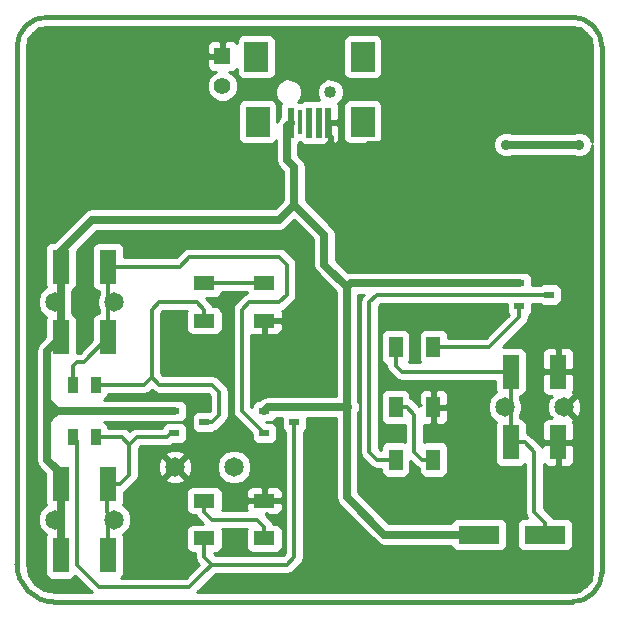
<source format=gtl>
G04 (created by PCBNEW (2013-mar-13)-testing) date Mon 25 Mar 2013 11:27:55 CET*
%MOIN*%
G04 Gerber Fmt 3.4, Leading zero omitted, Abs format*
%FSLAX34Y34*%
G01*
G70*
G90*
G04 APERTURE LIST*
%ADD10C,2.3622e-06*%
%ADD11C,0.015*%
%ADD12R,0.035X0.055*%
%ADD13R,0.0472X0.0709*%
%ADD14R,0.0196X0.1*%
%ADD15R,0.0787X0.0984*%
%ADD16R,0.017X0.08*%
%ADD17C,0.04*%
%ADD18R,0.1377X0.0629*%
%ADD19R,0.0551X0.1142*%
%ADD20C,0.065*%
%ADD21R,0.035X0.024*%
%ADD22R,0.055X0.055*%
%ADD23C,0.055*%
%ADD24R,0.0709X0.0472*%
%ADD25C,0.035*%
%ADD26C,0.012*%
%ADD27C,0.025*%
%ADD28C,0.01*%
G04 APERTURE END LIST*
G54D10*
G54D11*
X67250Y-28250D02*
X49750Y-28250D01*
X68250Y-46750D02*
X68250Y-29250D01*
X68250Y-29250D02*
G75*
G03X67250Y-28250I-1000J0D01*
G74*
G01*
X50000Y-47750D02*
X67250Y-47750D01*
X48750Y-46500D02*
X48750Y-29250D01*
X48750Y-46500D02*
G75*
G03X50000Y-47750I1250J0D01*
G74*
G01*
X67250Y-47750D02*
G75*
G03X68250Y-46750I0J1000D01*
G74*
G01*
X49750Y-28250D02*
G75*
G03X48750Y-29250I0J-1000D01*
G74*
G01*
G54D12*
X50625Y-42250D03*
X51375Y-42250D03*
X50625Y-40500D03*
X51375Y-40500D03*
G54D13*
X62630Y-39250D03*
X61370Y-39250D03*
G54D14*
X58500Y-31774D03*
X58814Y-31774D03*
X57871Y-31774D03*
G54D15*
X60271Y-29569D03*
X60271Y-31734D03*
X56729Y-29569D03*
X56768Y-31734D03*
G54D16*
X58186Y-31750D03*
G54D17*
X59189Y-30750D03*
G54D14*
X59129Y-31774D03*
G54D18*
X66352Y-45500D03*
X64148Y-45500D03*
G54D19*
X50213Y-43819D03*
X51787Y-43819D03*
X50213Y-46181D03*
X51787Y-46181D03*
G54D20*
X50016Y-45000D03*
X51984Y-45000D03*
G54D19*
X50213Y-36569D03*
X51787Y-36569D03*
X50213Y-38931D03*
X51787Y-38931D03*
G54D20*
X50016Y-37750D03*
X51984Y-37750D03*
G54D19*
X65213Y-40069D03*
X66787Y-40069D03*
X65213Y-42431D03*
X66787Y-42431D03*
G54D20*
X65016Y-41250D03*
X66984Y-41250D03*
G54D21*
X54000Y-42125D03*
X54000Y-41375D03*
X55000Y-41750D03*
X65500Y-37875D03*
X65500Y-37125D03*
X66500Y-37500D03*
X57000Y-42125D03*
X57000Y-41375D03*
X58000Y-41750D03*
G54D22*
X55600Y-29550D03*
G54D23*
X55600Y-30550D03*
G54D13*
X62630Y-43000D03*
X61370Y-43000D03*
X62630Y-41250D03*
X61370Y-41250D03*
G54D24*
X57000Y-38380D03*
X57000Y-37120D03*
X57000Y-44370D03*
X57000Y-45630D03*
X55000Y-37120D03*
X55000Y-38380D03*
X55000Y-44370D03*
X55000Y-45630D03*
G54D20*
X54016Y-43250D03*
X55984Y-43250D03*
G54D25*
X60500Y-36000D03*
X66950Y-29225D03*
X66850Y-46550D03*
X57000Y-40500D03*
X61400Y-32500D03*
X53450Y-44400D03*
X65050Y-32500D03*
X67500Y-32500D03*
X59750Y-41250D03*
G54D26*
X59129Y-31774D02*
X59129Y-32129D01*
X59129Y-32129D02*
X59250Y-32250D01*
X59250Y-32250D02*
X59250Y-32500D01*
G54D27*
X59000Y-32750D02*
X59000Y-34000D01*
X59000Y-32750D02*
X59250Y-32500D01*
X61400Y-32500D02*
X60500Y-32500D01*
X62250Y-32500D02*
X61400Y-32500D01*
X60500Y-32500D02*
X59000Y-34000D01*
X65050Y-32500D02*
X67500Y-32500D01*
X49750Y-41400D02*
X50050Y-41400D01*
X49900Y-41400D02*
X49900Y-41550D01*
X50050Y-41400D02*
X49900Y-41400D01*
X50150Y-41375D02*
X50075Y-41375D01*
X50075Y-41375D02*
X49900Y-41550D01*
X49900Y-41550D02*
X49750Y-41700D01*
X54000Y-41375D02*
X50150Y-41375D01*
X50075Y-41375D02*
X49750Y-41050D01*
X59750Y-41250D02*
X57125Y-41250D01*
X57125Y-41250D02*
X57000Y-41375D01*
X57000Y-35000D02*
X57500Y-35000D01*
X57500Y-35000D02*
X58000Y-34500D01*
X65500Y-37125D02*
X59875Y-37125D01*
X59875Y-37125D02*
X59750Y-37250D01*
X58000Y-34000D02*
X58000Y-34500D01*
X61000Y-45500D02*
X64148Y-45500D01*
X59750Y-44250D02*
X61000Y-45500D01*
X59750Y-37250D02*
X59750Y-40000D01*
X59750Y-40000D02*
X59750Y-41250D01*
X59750Y-41250D02*
X59750Y-44250D01*
X59000Y-36500D02*
X59750Y-37250D01*
X58000Y-34500D02*
X59000Y-35500D01*
X59000Y-35500D02*
X59000Y-36500D01*
X50213Y-43819D02*
X50213Y-43463D01*
X49750Y-39394D02*
X50213Y-38931D01*
X49750Y-43000D02*
X49750Y-41700D01*
X49750Y-41700D02*
X49750Y-41400D01*
X49750Y-41400D02*
X49750Y-41250D01*
X49750Y-41250D02*
X49750Y-41050D01*
X49750Y-41050D02*
X49750Y-39394D01*
X50213Y-43463D02*
X49750Y-43000D01*
X58000Y-34000D02*
X58000Y-33250D01*
X57750Y-31895D02*
X57871Y-31774D01*
X57750Y-33000D02*
X57750Y-31895D01*
X58000Y-33250D02*
X57750Y-33000D01*
X50213Y-36569D02*
X50213Y-36037D01*
X51250Y-35000D02*
X57000Y-35000D01*
X50213Y-36037D02*
X51250Y-35000D01*
X50213Y-38931D02*
X50213Y-37947D01*
X50213Y-37947D02*
X50213Y-36569D01*
X50213Y-46181D02*
X50213Y-45197D01*
X50213Y-45197D02*
X50213Y-43819D01*
G54D26*
X51375Y-42250D02*
X52250Y-42250D01*
X52250Y-42250D02*
X52500Y-42500D01*
X51750Y-44750D02*
X51750Y-43856D01*
X51984Y-44984D02*
X51750Y-44750D01*
X51984Y-45000D02*
X51984Y-44984D01*
X51750Y-43856D02*
X51787Y-43819D01*
X51787Y-46181D02*
X51787Y-45197D01*
X51787Y-45197D02*
X51984Y-45000D01*
X52500Y-42500D02*
X52750Y-42250D01*
X53875Y-42125D02*
X54000Y-42125D01*
X53750Y-42250D02*
X53875Y-42125D01*
X52750Y-42250D02*
X53750Y-42250D01*
X51787Y-43819D02*
X52181Y-43819D01*
X52181Y-43819D02*
X52500Y-43500D01*
X52500Y-43500D02*
X52500Y-42500D01*
X57000Y-45630D02*
X57000Y-45250D01*
X55000Y-44750D02*
X55000Y-44370D01*
X55250Y-45000D02*
X55000Y-44750D01*
X56750Y-45000D02*
X55250Y-45000D01*
X57000Y-45250D02*
X56750Y-45000D01*
X55000Y-37120D02*
X57000Y-37120D01*
X62630Y-43000D02*
X62250Y-43000D01*
X61750Y-41250D02*
X61370Y-41250D01*
X62000Y-41500D02*
X61750Y-41250D01*
X62000Y-42750D02*
X62000Y-41500D01*
X62250Y-43000D02*
X62000Y-42750D01*
X66500Y-37500D02*
X60750Y-37500D01*
X60750Y-43000D02*
X61370Y-43000D01*
X60500Y-42750D02*
X60750Y-43000D01*
X60500Y-37750D02*
X60500Y-42750D01*
X60750Y-37500D02*
X60500Y-37750D01*
X62630Y-39250D02*
X64500Y-39250D01*
X65500Y-38250D02*
X65500Y-37875D01*
X65000Y-38750D02*
X65500Y-38250D01*
X64500Y-39250D02*
X65000Y-38750D01*
X50625Y-40500D02*
X50625Y-39875D01*
X50968Y-39750D02*
X51787Y-38931D01*
X50750Y-39750D02*
X50968Y-39750D01*
X50625Y-39875D02*
X50750Y-39750D01*
X51787Y-36569D02*
X54181Y-36569D01*
X56250Y-41375D02*
X57000Y-42125D01*
X56250Y-38000D02*
X56250Y-41375D01*
X56500Y-37750D02*
X56250Y-38000D01*
X57500Y-37750D02*
X56500Y-37750D01*
X57750Y-37500D02*
X57500Y-37750D01*
X57750Y-36500D02*
X57750Y-37500D01*
X57500Y-36250D02*
X57750Y-36500D01*
X54500Y-36250D02*
X57500Y-36250D01*
X54181Y-36569D02*
X54500Y-36250D01*
X51984Y-37750D02*
X51984Y-37734D01*
X51787Y-37537D02*
X51787Y-36569D01*
X51984Y-37734D02*
X51787Y-37537D01*
X51787Y-38931D02*
X51787Y-37947D01*
X51787Y-37947D02*
X51984Y-37750D01*
X53250Y-40250D02*
X53000Y-40500D01*
X53000Y-40500D02*
X51375Y-40500D01*
X54120Y-37750D02*
X54750Y-37750D01*
X53500Y-37750D02*
X53250Y-38000D01*
X53250Y-40250D02*
X53250Y-38000D01*
X54120Y-37750D02*
X53500Y-37750D01*
X55000Y-38000D02*
X55000Y-38380D01*
X54750Y-37750D02*
X55000Y-38000D01*
X53250Y-40250D02*
X53500Y-40500D01*
X55250Y-41750D02*
X55000Y-41750D01*
X55500Y-41500D02*
X55250Y-41750D01*
X55500Y-40750D02*
X55500Y-41500D01*
X55250Y-40500D02*
X55500Y-40750D01*
X53500Y-40500D02*
X55250Y-40500D01*
X54500Y-47250D02*
X51500Y-47250D01*
X55000Y-46750D02*
X54500Y-47250D01*
X50950Y-46700D02*
X50750Y-46500D01*
X51500Y-47250D02*
X50950Y-46700D01*
X50750Y-46500D02*
X50750Y-42375D01*
X50625Y-42250D02*
X50750Y-42375D01*
X55000Y-46750D02*
X55250Y-46500D01*
X55000Y-45630D02*
X55000Y-46250D01*
X58000Y-46250D02*
X58000Y-41750D01*
X57750Y-46500D02*
X58000Y-46250D01*
X55250Y-46500D02*
X57750Y-46500D01*
X55000Y-46250D02*
X55250Y-46500D01*
X66352Y-45500D02*
X66352Y-45102D01*
X65681Y-42431D02*
X65213Y-42431D01*
X66000Y-42750D02*
X65681Y-42431D01*
X66000Y-44750D02*
X66000Y-42750D01*
X66352Y-45102D02*
X66000Y-44750D01*
X65016Y-41250D02*
X65016Y-41234D01*
X65213Y-41037D02*
X65213Y-40069D01*
X65016Y-41234D02*
X65213Y-41037D01*
X65213Y-42431D02*
X65213Y-41447D01*
X65213Y-41447D02*
X65016Y-41250D01*
X61370Y-39250D02*
X61370Y-39870D01*
X61370Y-39870D02*
X61569Y-40069D01*
X61569Y-40069D02*
X65213Y-40069D01*
G54D10*
G36*
X57690Y-46121D02*
X57621Y-46190D01*
X55378Y-46190D01*
X55310Y-46121D01*
X55310Y-46116D01*
X55404Y-46116D01*
X55495Y-46078D01*
X55566Y-46007D01*
X55604Y-45915D01*
X55604Y-45816D01*
X55604Y-45344D01*
X55590Y-45310D01*
X56409Y-45310D01*
X56395Y-45344D01*
X56395Y-45443D01*
X56395Y-45915D01*
X56433Y-46007D01*
X56503Y-46077D01*
X56595Y-46115D01*
X56695Y-46116D01*
X57404Y-46116D01*
X57495Y-46078D01*
X57566Y-46007D01*
X57604Y-45915D01*
X57604Y-45816D01*
X57604Y-45344D01*
X57566Y-45252D01*
X57496Y-45182D01*
X57404Y-45144D01*
X57304Y-45143D01*
X57288Y-45143D01*
X57286Y-45131D01*
X57286Y-45131D01*
X57259Y-45091D01*
X57219Y-45030D01*
X57219Y-45030D01*
X57044Y-44856D01*
X57050Y-44856D01*
X57050Y-44793D01*
X57112Y-44856D01*
X57304Y-44856D01*
X57404Y-44855D01*
X57496Y-44817D01*
X57566Y-44747D01*
X57604Y-44655D01*
X57604Y-44084D01*
X57566Y-43992D01*
X57496Y-43922D01*
X57404Y-43884D01*
X57304Y-43883D01*
X57112Y-43884D01*
X57050Y-43946D01*
X57050Y-44320D01*
X57542Y-44320D01*
X57604Y-44257D01*
X57604Y-44084D01*
X57604Y-44655D01*
X57604Y-44482D01*
X57542Y-44420D01*
X57050Y-44420D01*
X57050Y-44427D01*
X56950Y-44427D01*
X56950Y-44420D01*
X56950Y-44320D01*
X56950Y-43946D01*
X56887Y-43884D01*
X56695Y-43883D01*
X56595Y-43884D01*
X56559Y-43899D01*
X56559Y-43136D01*
X56471Y-42924D01*
X56310Y-42762D01*
X56098Y-42675D01*
X55870Y-42674D01*
X55658Y-42762D01*
X55496Y-42923D01*
X55409Y-43135D01*
X55408Y-43363D01*
X55496Y-43575D01*
X55657Y-43737D01*
X55869Y-43824D01*
X56097Y-43825D01*
X56309Y-43737D01*
X56471Y-43576D01*
X56558Y-43364D01*
X56559Y-43136D01*
X56559Y-43899D01*
X56503Y-43922D01*
X56433Y-43992D01*
X56395Y-44084D01*
X56395Y-44257D01*
X56458Y-44320D01*
X56950Y-44320D01*
X56950Y-44420D01*
X56458Y-44420D01*
X56395Y-44482D01*
X56395Y-44655D01*
X56409Y-44690D01*
X55590Y-44690D01*
X55604Y-44655D01*
X55604Y-44556D01*
X55604Y-44084D01*
X55566Y-43992D01*
X55496Y-43922D01*
X55404Y-43884D01*
X55304Y-43883D01*
X54595Y-43883D01*
X54595Y-43884D01*
X54595Y-43337D01*
X54585Y-43109D01*
X54517Y-42947D01*
X54420Y-42916D01*
X54349Y-42987D01*
X54349Y-42845D01*
X54318Y-42748D01*
X54103Y-42670D01*
X53875Y-42680D01*
X53713Y-42748D01*
X53682Y-42845D01*
X54016Y-43179D01*
X54349Y-42845D01*
X54349Y-42987D01*
X54086Y-43250D01*
X54420Y-43583D01*
X54517Y-43552D01*
X54595Y-43337D01*
X54595Y-43884D01*
X54504Y-43921D01*
X54433Y-43992D01*
X54395Y-44084D01*
X54395Y-44183D01*
X54395Y-44655D01*
X54433Y-44747D01*
X54503Y-44817D01*
X54595Y-44855D01*
X54695Y-44856D01*
X54711Y-44856D01*
X54713Y-44868D01*
X54780Y-44969D01*
X54955Y-45143D01*
X54595Y-45143D01*
X54504Y-45181D01*
X54433Y-45252D01*
X54395Y-45344D01*
X54395Y-45443D01*
X54395Y-45915D01*
X54433Y-46007D01*
X54503Y-46077D01*
X54595Y-46115D01*
X54690Y-46116D01*
X54690Y-46250D01*
X54713Y-46368D01*
X54780Y-46469D01*
X54811Y-46500D01*
X54780Y-46530D01*
X54371Y-46940D01*
X54349Y-46940D01*
X54349Y-43654D01*
X54016Y-43320D01*
X53945Y-43391D01*
X53945Y-43250D01*
X53611Y-42916D01*
X53514Y-42947D01*
X53436Y-43162D01*
X53446Y-43390D01*
X53514Y-43552D01*
X53611Y-43583D01*
X53945Y-43250D01*
X53945Y-43391D01*
X53682Y-43654D01*
X53713Y-43751D01*
X53928Y-43829D01*
X54156Y-43819D01*
X54318Y-43751D01*
X54349Y-43654D01*
X54349Y-46940D01*
X52228Y-46940D01*
X52274Y-46893D01*
X52312Y-46801D01*
X52312Y-46702D01*
X52312Y-45560D01*
X52286Y-45497D01*
X52309Y-45487D01*
X52471Y-45326D01*
X52558Y-45114D01*
X52559Y-44886D01*
X52471Y-44674D01*
X52310Y-44512D01*
X52286Y-44502D01*
X52312Y-44439D01*
X52312Y-44340D01*
X52312Y-44096D01*
X52400Y-44038D01*
X52719Y-43719D01*
X52719Y-43719D01*
X52719Y-43719D01*
X52786Y-43618D01*
X52786Y-43618D01*
X52810Y-43500D01*
X52810Y-42628D01*
X52878Y-42560D01*
X53750Y-42560D01*
X53868Y-42536D01*
X53930Y-42495D01*
X54224Y-42495D01*
X54316Y-42457D01*
X54386Y-42386D01*
X54424Y-42294D01*
X54425Y-42195D01*
X54425Y-41955D01*
X54387Y-41863D01*
X54316Y-41793D01*
X54224Y-41755D01*
X54125Y-41754D01*
X53775Y-41754D01*
X53683Y-41792D01*
X53613Y-41863D01*
X53581Y-41940D01*
X52750Y-41940D01*
X52631Y-41963D01*
X52591Y-41990D01*
X52530Y-42030D01*
X52530Y-42030D01*
X52500Y-42061D01*
X52469Y-42030D01*
X52368Y-41963D01*
X52250Y-41940D01*
X51800Y-41940D01*
X51800Y-41925D01*
X51762Y-41833D01*
X51691Y-41763D01*
X51660Y-41750D01*
X54000Y-41750D01*
X54024Y-41745D01*
X54224Y-41745D01*
X54316Y-41707D01*
X54386Y-41636D01*
X54424Y-41544D01*
X54425Y-41445D01*
X54425Y-41205D01*
X54387Y-41113D01*
X54316Y-41043D01*
X54224Y-41005D01*
X54125Y-41004D01*
X54024Y-41004D01*
X54000Y-41000D01*
X51660Y-41000D01*
X51691Y-40987D01*
X51761Y-40916D01*
X51799Y-40824D01*
X51799Y-40810D01*
X53000Y-40810D01*
X53118Y-40786D01*
X53219Y-40719D01*
X53250Y-40688D01*
X53280Y-40719D01*
X53280Y-40719D01*
X53341Y-40759D01*
X53381Y-40786D01*
X53381Y-40786D01*
X53500Y-40810D01*
X55121Y-40810D01*
X55190Y-40878D01*
X55190Y-41371D01*
X55181Y-41380D01*
X55125Y-41379D01*
X54775Y-41379D01*
X54683Y-41417D01*
X54613Y-41488D01*
X54575Y-41580D01*
X54574Y-41679D01*
X54574Y-41919D01*
X54612Y-42011D01*
X54683Y-42081D01*
X54775Y-42119D01*
X54874Y-42120D01*
X55224Y-42120D01*
X55316Y-42082D01*
X55360Y-42038D01*
X55368Y-42036D01*
X55469Y-41969D01*
X55719Y-41719D01*
X55719Y-41719D01*
X55719Y-41719D01*
X55759Y-41658D01*
X55786Y-41618D01*
X55786Y-41618D01*
X55810Y-41500D01*
X55810Y-40750D01*
X55786Y-40631D01*
X55786Y-40631D01*
X55759Y-40591D01*
X55719Y-40530D01*
X55719Y-40530D01*
X55469Y-40280D01*
X55368Y-40213D01*
X55250Y-40190D01*
X53628Y-40190D01*
X53560Y-40121D01*
X53560Y-38128D01*
X53628Y-38060D01*
X54120Y-38060D01*
X54409Y-38060D01*
X54395Y-38094D01*
X54395Y-38193D01*
X54395Y-38665D01*
X54433Y-38757D01*
X54503Y-38827D01*
X54595Y-38865D01*
X54695Y-38866D01*
X55404Y-38866D01*
X55495Y-38828D01*
X55566Y-38757D01*
X55604Y-38665D01*
X55604Y-38566D01*
X55604Y-38094D01*
X55566Y-38002D01*
X55496Y-37932D01*
X55404Y-37894D01*
X55304Y-37893D01*
X55288Y-37893D01*
X55286Y-37881D01*
X55286Y-37881D01*
X55259Y-37841D01*
X55219Y-37780D01*
X55219Y-37780D01*
X55044Y-37606D01*
X55404Y-37606D01*
X55495Y-37568D01*
X55566Y-37497D01*
X55594Y-37430D01*
X56405Y-37430D01*
X56416Y-37456D01*
X56381Y-37463D01*
X56341Y-37490D01*
X56280Y-37530D01*
X56280Y-37530D01*
X56030Y-37780D01*
X55963Y-37881D01*
X55940Y-38000D01*
X55940Y-41375D01*
X55963Y-41493D01*
X56030Y-41594D01*
X56574Y-42138D01*
X56574Y-42294D01*
X56612Y-42386D01*
X56683Y-42456D01*
X56775Y-42494D01*
X56874Y-42495D01*
X57224Y-42495D01*
X57316Y-42457D01*
X57386Y-42386D01*
X57424Y-42294D01*
X57425Y-42195D01*
X57425Y-41955D01*
X57387Y-41863D01*
X57316Y-41793D01*
X57224Y-41755D01*
X57125Y-41754D01*
X57068Y-41754D01*
X57058Y-41745D01*
X57224Y-41745D01*
X57316Y-41707D01*
X57386Y-41636D01*
X57391Y-41625D01*
X57575Y-41625D01*
X57574Y-41679D01*
X57574Y-41919D01*
X57612Y-42011D01*
X57683Y-42081D01*
X57690Y-42084D01*
X57690Y-46121D01*
X57690Y-46121D01*
G37*
G54D28*
X57690Y-46121D02*
X57621Y-46190D01*
X55378Y-46190D01*
X55310Y-46121D01*
X55310Y-46116D01*
X55404Y-46116D01*
X55495Y-46078D01*
X55566Y-46007D01*
X55604Y-45915D01*
X55604Y-45816D01*
X55604Y-45344D01*
X55590Y-45310D01*
X56409Y-45310D01*
X56395Y-45344D01*
X56395Y-45443D01*
X56395Y-45915D01*
X56433Y-46007D01*
X56503Y-46077D01*
X56595Y-46115D01*
X56695Y-46116D01*
X57404Y-46116D01*
X57495Y-46078D01*
X57566Y-46007D01*
X57604Y-45915D01*
X57604Y-45816D01*
X57604Y-45344D01*
X57566Y-45252D01*
X57496Y-45182D01*
X57404Y-45144D01*
X57304Y-45143D01*
X57288Y-45143D01*
X57286Y-45131D01*
X57286Y-45131D01*
X57259Y-45091D01*
X57219Y-45030D01*
X57219Y-45030D01*
X57044Y-44856D01*
X57050Y-44856D01*
X57050Y-44793D01*
X57112Y-44856D01*
X57304Y-44856D01*
X57404Y-44855D01*
X57496Y-44817D01*
X57566Y-44747D01*
X57604Y-44655D01*
X57604Y-44084D01*
X57566Y-43992D01*
X57496Y-43922D01*
X57404Y-43884D01*
X57304Y-43883D01*
X57112Y-43884D01*
X57050Y-43946D01*
X57050Y-44320D01*
X57542Y-44320D01*
X57604Y-44257D01*
X57604Y-44084D01*
X57604Y-44655D01*
X57604Y-44482D01*
X57542Y-44420D01*
X57050Y-44420D01*
X57050Y-44427D01*
X56950Y-44427D01*
X56950Y-44420D01*
X56950Y-44320D01*
X56950Y-43946D01*
X56887Y-43884D01*
X56695Y-43883D01*
X56595Y-43884D01*
X56559Y-43899D01*
X56559Y-43136D01*
X56471Y-42924D01*
X56310Y-42762D01*
X56098Y-42675D01*
X55870Y-42674D01*
X55658Y-42762D01*
X55496Y-42923D01*
X55409Y-43135D01*
X55408Y-43363D01*
X55496Y-43575D01*
X55657Y-43737D01*
X55869Y-43824D01*
X56097Y-43825D01*
X56309Y-43737D01*
X56471Y-43576D01*
X56558Y-43364D01*
X56559Y-43136D01*
X56559Y-43899D01*
X56503Y-43922D01*
X56433Y-43992D01*
X56395Y-44084D01*
X56395Y-44257D01*
X56458Y-44320D01*
X56950Y-44320D01*
X56950Y-44420D01*
X56458Y-44420D01*
X56395Y-44482D01*
X56395Y-44655D01*
X56409Y-44690D01*
X55590Y-44690D01*
X55604Y-44655D01*
X55604Y-44556D01*
X55604Y-44084D01*
X55566Y-43992D01*
X55496Y-43922D01*
X55404Y-43884D01*
X55304Y-43883D01*
X54595Y-43883D01*
X54595Y-43884D01*
X54595Y-43337D01*
X54585Y-43109D01*
X54517Y-42947D01*
X54420Y-42916D01*
X54349Y-42987D01*
X54349Y-42845D01*
X54318Y-42748D01*
X54103Y-42670D01*
X53875Y-42680D01*
X53713Y-42748D01*
X53682Y-42845D01*
X54016Y-43179D01*
X54349Y-42845D01*
X54349Y-42987D01*
X54086Y-43250D01*
X54420Y-43583D01*
X54517Y-43552D01*
X54595Y-43337D01*
X54595Y-43884D01*
X54504Y-43921D01*
X54433Y-43992D01*
X54395Y-44084D01*
X54395Y-44183D01*
X54395Y-44655D01*
X54433Y-44747D01*
X54503Y-44817D01*
X54595Y-44855D01*
X54695Y-44856D01*
X54711Y-44856D01*
X54713Y-44868D01*
X54780Y-44969D01*
X54955Y-45143D01*
X54595Y-45143D01*
X54504Y-45181D01*
X54433Y-45252D01*
X54395Y-45344D01*
X54395Y-45443D01*
X54395Y-45915D01*
X54433Y-46007D01*
X54503Y-46077D01*
X54595Y-46115D01*
X54690Y-46116D01*
X54690Y-46250D01*
X54713Y-46368D01*
X54780Y-46469D01*
X54811Y-46500D01*
X54780Y-46530D01*
X54371Y-46940D01*
X54349Y-46940D01*
X54349Y-43654D01*
X54016Y-43320D01*
X53945Y-43391D01*
X53945Y-43250D01*
X53611Y-42916D01*
X53514Y-42947D01*
X53436Y-43162D01*
X53446Y-43390D01*
X53514Y-43552D01*
X53611Y-43583D01*
X53945Y-43250D01*
X53945Y-43391D01*
X53682Y-43654D01*
X53713Y-43751D01*
X53928Y-43829D01*
X54156Y-43819D01*
X54318Y-43751D01*
X54349Y-43654D01*
X54349Y-46940D01*
X52228Y-46940D01*
X52274Y-46893D01*
X52312Y-46801D01*
X52312Y-46702D01*
X52312Y-45560D01*
X52286Y-45497D01*
X52309Y-45487D01*
X52471Y-45326D01*
X52558Y-45114D01*
X52559Y-44886D01*
X52471Y-44674D01*
X52310Y-44512D01*
X52286Y-44502D01*
X52312Y-44439D01*
X52312Y-44340D01*
X52312Y-44096D01*
X52400Y-44038D01*
X52719Y-43719D01*
X52719Y-43719D01*
X52719Y-43719D01*
X52786Y-43618D01*
X52786Y-43618D01*
X52810Y-43500D01*
X52810Y-42628D01*
X52878Y-42560D01*
X53750Y-42560D01*
X53868Y-42536D01*
X53930Y-42495D01*
X54224Y-42495D01*
X54316Y-42457D01*
X54386Y-42386D01*
X54424Y-42294D01*
X54425Y-42195D01*
X54425Y-41955D01*
X54387Y-41863D01*
X54316Y-41793D01*
X54224Y-41755D01*
X54125Y-41754D01*
X53775Y-41754D01*
X53683Y-41792D01*
X53613Y-41863D01*
X53581Y-41940D01*
X52750Y-41940D01*
X52631Y-41963D01*
X52591Y-41990D01*
X52530Y-42030D01*
X52530Y-42030D01*
X52500Y-42061D01*
X52469Y-42030D01*
X52368Y-41963D01*
X52250Y-41940D01*
X51800Y-41940D01*
X51800Y-41925D01*
X51762Y-41833D01*
X51691Y-41763D01*
X51660Y-41750D01*
X54000Y-41750D01*
X54024Y-41745D01*
X54224Y-41745D01*
X54316Y-41707D01*
X54386Y-41636D01*
X54424Y-41544D01*
X54425Y-41445D01*
X54425Y-41205D01*
X54387Y-41113D01*
X54316Y-41043D01*
X54224Y-41005D01*
X54125Y-41004D01*
X54024Y-41004D01*
X54000Y-41000D01*
X51660Y-41000D01*
X51691Y-40987D01*
X51761Y-40916D01*
X51799Y-40824D01*
X51799Y-40810D01*
X53000Y-40810D01*
X53118Y-40786D01*
X53219Y-40719D01*
X53250Y-40688D01*
X53280Y-40719D01*
X53280Y-40719D01*
X53341Y-40759D01*
X53381Y-40786D01*
X53381Y-40786D01*
X53500Y-40810D01*
X55121Y-40810D01*
X55190Y-40878D01*
X55190Y-41371D01*
X55181Y-41380D01*
X55125Y-41379D01*
X54775Y-41379D01*
X54683Y-41417D01*
X54613Y-41488D01*
X54575Y-41580D01*
X54574Y-41679D01*
X54574Y-41919D01*
X54612Y-42011D01*
X54683Y-42081D01*
X54775Y-42119D01*
X54874Y-42120D01*
X55224Y-42120D01*
X55316Y-42082D01*
X55360Y-42038D01*
X55368Y-42036D01*
X55469Y-41969D01*
X55719Y-41719D01*
X55719Y-41719D01*
X55719Y-41719D01*
X55759Y-41658D01*
X55786Y-41618D01*
X55786Y-41618D01*
X55810Y-41500D01*
X55810Y-40750D01*
X55786Y-40631D01*
X55786Y-40631D01*
X55759Y-40591D01*
X55719Y-40530D01*
X55719Y-40530D01*
X55469Y-40280D01*
X55368Y-40213D01*
X55250Y-40190D01*
X53628Y-40190D01*
X53560Y-40121D01*
X53560Y-38128D01*
X53628Y-38060D01*
X54120Y-38060D01*
X54409Y-38060D01*
X54395Y-38094D01*
X54395Y-38193D01*
X54395Y-38665D01*
X54433Y-38757D01*
X54503Y-38827D01*
X54595Y-38865D01*
X54695Y-38866D01*
X55404Y-38866D01*
X55495Y-38828D01*
X55566Y-38757D01*
X55604Y-38665D01*
X55604Y-38566D01*
X55604Y-38094D01*
X55566Y-38002D01*
X55496Y-37932D01*
X55404Y-37894D01*
X55304Y-37893D01*
X55288Y-37893D01*
X55286Y-37881D01*
X55286Y-37881D01*
X55259Y-37841D01*
X55219Y-37780D01*
X55219Y-37780D01*
X55044Y-37606D01*
X55404Y-37606D01*
X55495Y-37568D01*
X55566Y-37497D01*
X55594Y-37430D01*
X56405Y-37430D01*
X56416Y-37456D01*
X56381Y-37463D01*
X56341Y-37490D01*
X56280Y-37530D01*
X56280Y-37530D01*
X56030Y-37780D01*
X55963Y-37881D01*
X55940Y-38000D01*
X55940Y-41375D01*
X55963Y-41493D01*
X56030Y-41594D01*
X56574Y-42138D01*
X56574Y-42294D01*
X56612Y-42386D01*
X56683Y-42456D01*
X56775Y-42494D01*
X56874Y-42495D01*
X57224Y-42495D01*
X57316Y-42457D01*
X57386Y-42386D01*
X57424Y-42294D01*
X57425Y-42195D01*
X57425Y-41955D01*
X57387Y-41863D01*
X57316Y-41793D01*
X57224Y-41755D01*
X57125Y-41754D01*
X57068Y-41754D01*
X57058Y-41745D01*
X57224Y-41745D01*
X57316Y-41707D01*
X57386Y-41636D01*
X57391Y-41625D01*
X57575Y-41625D01*
X57574Y-41679D01*
X57574Y-41919D01*
X57612Y-42011D01*
X57683Y-42081D01*
X57690Y-42084D01*
X57690Y-46121D01*
G54D10*
G36*
X59375Y-40875D02*
X57604Y-40875D01*
X57604Y-38665D01*
X57604Y-38492D01*
X57542Y-38430D01*
X57050Y-38430D01*
X57050Y-38803D01*
X57112Y-38866D01*
X57304Y-38866D01*
X57404Y-38865D01*
X57496Y-38827D01*
X57566Y-38757D01*
X57604Y-38665D01*
X57604Y-40875D01*
X57125Y-40875D01*
X56981Y-40903D01*
X56859Y-40984D01*
X56839Y-41004D01*
X56775Y-41004D01*
X56683Y-41042D01*
X56613Y-41113D01*
X56575Y-41205D01*
X56574Y-41261D01*
X56560Y-41246D01*
X56560Y-38851D01*
X56595Y-38865D01*
X56695Y-38866D01*
X56887Y-38866D01*
X56950Y-38803D01*
X56950Y-38430D01*
X56942Y-38430D01*
X56942Y-38330D01*
X56950Y-38330D01*
X56950Y-38322D01*
X57050Y-38322D01*
X57050Y-38330D01*
X57542Y-38330D01*
X57604Y-38267D01*
X57604Y-38094D01*
X57583Y-38043D01*
X57618Y-38036D01*
X57719Y-37969D01*
X57969Y-37719D01*
X57969Y-37719D01*
X57969Y-37719D01*
X58009Y-37658D01*
X58036Y-37618D01*
X58036Y-37618D01*
X58060Y-37500D01*
X58060Y-36500D01*
X58036Y-36381D01*
X58036Y-36381D01*
X58009Y-36341D01*
X57969Y-36280D01*
X57969Y-36280D01*
X57719Y-36030D01*
X57618Y-35963D01*
X57500Y-35940D01*
X54500Y-35940D01*
X54381Y-35963D01*
X54280Y-36030D01*
X54280Y-36030D01*
X54052Y-36259D01*
X52312Y-36259D01*
X52312Y-35948D01*
X52274Y-35856D01*
X52204Y-35786D01*
X52112Y-35748D01*
X52012Y-35747D01*
X51461Y-35747D01*
X51370Y-35785D01*
X51299Y-35856D01*
X51261Y-35948D01*
X51261Y-36047D01*
X51261Y-37189D01*
X51299Y-37281D01*
X51369Y-37351D01*
X51461Y-37389D01*
X51477Y-37389D01*
X51477Y-37471D01*
X51409Y-37635D01*
X51408Y-37863D01*
X51477Y-38028D01*
X51477Y-38109D01*
X51461Y-38109D01*
X51370Y-38147D01*
X51299Y-38218D01*
X51261Y-38310D01*
X51261Y-38409D01*
X51261Y-39018D01*
X50839Y-39440D01*
X50750Y-39440D01*
X50749Y-39440D01*
X50738Y-39442D01*
X50738Y-38310D01*
X50700Y-38218D01*
X50630Y-38148D01*
X50588Y-38130D01*
X50588Y-37947D01*
X50588Y-37871D01*
X50590Y-37864D01*
X50591Y-37636D01*
X50588Y-37628D01*
X50588Y-37369D01*
X50629Y-37352D01*
X50700Y-37281D01*
X50738Y-37189D01*
X50738Y-37090D01*
X50738Y-36041D01*
X51405Y-35375D01*
X57000Y-35375D01*
X57500Y-35375D01*
X57643Y-35346D01*
X57765Y-35265D01*
X57999Y-35030D01*
X58625Y-35655D01*
X58625Y-36500D01*
X58653Y-36643D01*
X58734Y-36765D01*
X59375Y-37405D01*
X59375Y-40000D01*
X59375Y-40875D01*
X59375Y-40875D01*
G37*
G54D28*
X59375Y-40875D02*
X57604Y-40875D01*
X57604Y-38665D01*
X57604Y-38492D01*
X57542Y-38430D01*
X57050Y-38430D01*
X57050Y-38803D01*
X57112Y-38866D01*
X57304Y-38866D01*
X57404Y-38865D01*
X57496Y-38827D01*
X57566Y-38757D01*
X57604Y-38665D01*
X57604Y-40875D01*
X57125Y-40875D01*
X56981Y-40903D01*
X56859Y-40984D01*
X56839Y-41004D01*
X56775Y-41004D01*
X56683Y-41042D01*
X56613Y-41113D01*
X56575Y-41205D01*
X56574Y-41261D01*
X56560Y-41246D01*
X56560Y-38851D01*
X56595Y-38865D01*
X56695Y-38866D01*
X56887Y-38866D01*
X56950Y-38803D01*
X56950Y-38430D01*
X56942Y-38430D01*
X56942Y-38330D01*
X56950Y-38330D01*
X56950Y-38322D01*
X57050Y-38322D01*
X57050Y-38330D01*
X57542Y-38330D01*
X57604Y-38267D01*
X57604Y-38094D01*
X57583Y-38043D01*
X57618Y-38036D01*
X57719Y-37969D01*
X57969Y-37719D01*
X57969Y-37719D01*
X57969Y-37719D01*
X58009Y-37658D01*
X58036Y-37618D01*
X58036Y-37618D01*
X58060Y-37500D01*
X58060Y-36500D01*
X58036Y-36381D01*
X58036Y-36381D01*
X58009Y-36341D01*
X57969Y-36280D01*
X57969Y-36280D01*
X57719Y-36030D01*
X57618Y-35963D01*
X57500Y-35940D01*
X54500Y-35940D01*
X54381Y-35963D01*
X54280Y-36030D01*
X54280Y-36030D01*
X54052Y-36259D01*
X52312Y-36259D01*
X52312Y-35948D01*
X52274Y-35856D01*
X52204Y-35786D01*
X52112Y-35748D01*
X52012Y-35747D01*
X51461Y-35747D01*
X51370Y-35785D01*
X51299Y-35856D01*
X51261Y-35948D01*
X51261Y-36047D01*
X51261Y-37189D01*
X51299Y-37281D01*
X51369Y-37351D01*
X51461Y-37389D01*
X51477Y-37389D01*
X51477Y-37471D01*
X51409Y-37635D01*
X51408Y-37863D01*
X51477Y-38028D01*
X51477Y-38109D01*
X51461Y-38109D01*
X51370Y-38147D01*
X51299Y-38218D01*
X51261Y-38310D01*
X51261Y-38409D01*
X51261Y-39018D01*
X50839Y-39440D01*
X50750Y-39440D01*
X50749Y-39440D01*
X50738Y-39442D01*
X50738Y-38310D01*
X50700Y-38218D01*
X50630Y-38148D01*
X50588Y-38130D01*
X50588Y-37947D01*
X50588Y-37871D01*
X50590Y-37864D01*
X50591Y-37636D01*
X50588Y-37628D01*
X50588Y-37369D01*
X50629Y-37352D01*
X50700Y-37281D01*
X50738Y-37189D01*
X50738Y-37090D01*
X50738Y-36041D01*
X51405Y-35375D01*
X57000Y-35375D01*
X57500Y-35375D01*
X57643Y-35346D01*
X57765Y-35265D01*
X57999Y-35030D01*
X58625Y-35655D01*
X58625Y-36500D01*
X58653Y-36643D01*
X58734Y-36765D01*
X59375Y-37405D01*
X59375Y-40000D01*
X59375Y-40875D01*
G54D10*
G36*
X67925Y-46716D02*
X67867Y-47006D01*
X67723Y-47222D01*
X67563Y-47328D01*
X67563Y-41337D01*
X67553Y-41109D01*
X67485Y-40947D01*
X67388Y-40916D01*
X67317Y-40987D01*
X67054Y-41250D01*
X67388Y-41583D01*
X67485Y-41552D01*
X67563Y-41337D01*
X67563Y-47328D01*
X67505Y-47368D01*
X67317Y-47405D01*
X67317Y-41654D01*
X66984Y-41320D01*
X66978Y-41326D01*
X66913Y-41261D01*
X66907Y-41255D01*
X66913Y-41250D01*
X66907Y-41244D01*
X66978Y-41173D01*
X66984Y-41179D01*
X67317Y-40845D01*
X67287Y-40750D01*
X67312Y-40689D01*
X67312Y-39448D01*
X67274Y-39356D01*
X67204Y-39286D01*
X67112Y-39248D01*
X67012Y-39247D01*
X66899Y-39248D01*
X66837Y-39310D01*
X66837Y-40019D01*
X67250Y-40019D01*
X67312Y-39956D01*
X67312Y-39448D01*
X67312Y-40689D01*
X67312Y-40181D01*
X67250Y-40119D01*
X66837Y-40119D01*
X66837Y-40126D01*
X66737Y-40126D01*
X66737Y-40119D01*
X66737Y-40019D01*
X66737Y-39310D01*
X66674Y-39248D01*
X66561Y-39247D01*
X66461Y-39248D01*
X66369Y-39286D01*
X66299Y-39356D01*
X66261Y-39448D01*
X66261Y-39956D01*
X66324Y-40019D01*
X66737Y-40019D01*
X66737Y-40119D01*
X66324Y-40119D01*
X66261Y-40181D01*
X66261Y-40689D01*
X66299Y-40781D01*
X66369Y-40851D01*
X66461Y-40889D01*
X66553Y-40890D01*
X66579Y-40916D01*
X66482Y-40947D01*
X66404Y-41162D01*
X66414Y-41390D01*
X66482Y-41552D01*
X66579Y-41583D01*
X66553Y-41609D01*
X66461Y-41610D01*
X66369Y-41648D01*
X66299Y-41718D01*
X66261Y-41810D01*
X66261Y-42318D01*
X66324Y-42381D01*
X66737Y-42381D01*
X66737Y-42373D01*
X66837Y-42373D01*
X66837Y-42381D01*
X67250Y-42381D01*
X67312Y-42318D01*
X67312Y-41810D01*
X67287Y-41749D01*
X67317Y-41654D01*
X67317Y-47405D01*
X67312Y-47406D01*
X67312Y-43051D01*
X67312Y-42543D01*
X67250Y-42481D01*
X66837Y-42481D01*
X66837Y-43189D01*
X66899Y-43252D01*
X67012Y-43252D01*
X67112Y-43251D01*
X67204Y-43213D01*
X67274Y-43143D01*
X67312Y-43051D01*
X67312Y-47406D01*
X67218Y-47425D01*
X54763Y-47425D01*
X55219Y-46969D01*
X55378Y-46810D01*
X57750Y-46810D01*
X57868Y-46786D01*
X57969Y-46719D01*
X58219Y-46469D01*
X58219Y-46469D01*
X58219Y-46469D01*
X58259Y-46408D01*
X58286Y-46368D01*
X58286Y-46368D01*
X58310Y-46250D01*
X58310Y-42084D01*
X58316Y-42082D01*
X58386Y-42011D01*
X58424Y-41919D01*
X58425Y-41820D01*
X58425Y-41625D01*
X59375Y-41625D01*
X59375Y-44250D01*
X59403Y-44393D01*
X59484Y-44515D01*
X60734Y-45765D01*
X60856Y-45846D01*
X61000Y-45875D01*
X63213Y-45875D01*
X63247Y-45955D01*
X63317Y-46026D01*
X63409Y-46064D01*
X63509Y-46064D01*
X64886Y-46064D01*
X64977Y-46026D01*
X65048Y-45956D01*
X65086Y-45864D01*
X65086Y-45764D01*
X65086Y-45135D01*
X65048Y-45044D01*
X64978Y-44973D01*
X64886Y-44935D01*
X64786Y-44935D01*
X63409Y-44935D01*
X63318Y-44973D01*
X63247Y-45043D01*
X63213Y-45125D01*
X61155Y-45125D01*
X60125Y-44094D01*
X60125Y-41455D01*
X60174Y-41334D01*
X60175Y-41165D01*
X60125Y-41044D01*
X60125Y-40000D01*
X60125Y-37500D01*
X60311Y-37500D01*
X60280Y-37530D01*
X60213Y-37631D01*
X60190Y-37750D01*
X60190Y-42750D01*
X60213Y-42868D01*
X60280Y-42969D01*
X60530Y-43219D01*
X60530Y-43219D01*
X60591Y-43259D01*
X60631Y-43286D01*
X60631Y-43286D01*
X60750Y-43310D01*
X60883Y-43310D01*
X60883Y-43404D01*
X60921Y-43495D01*
X60992Y-43566D01*
X61084Y-43604D01*
X61183Y-43604D01*
X61655Y-43604D01*
X61747Y-43566D01*
X61817Y-43496D01*
X61855Y-43404D01*
X61856Y-43304D01*
X61856Y-43044D01*
X62030Y-43219D01*
X62030Y-43219D01*
X62091Y-43259D01*
X62131Y-43286D01*
X62131Y-43286D01*
X62143Y-43288D01*
X62143Y-43404D01*
X62181Y-43495D01*
X62252Y-43566D01*
X62344Y-43604D01*
X62443Y-43604D01*
X62915Y-43604D01*
X63007Y-43566D01*
X63077Y-43496D01*
X63115Y-43404D01*
X63116Y-43304D01*
X63116Y-42595D01*
X63116Y-41554D01*
X63116Y-40945D01*
X63115Y-40845D01*
X63077Y-40753D01*
X63007Y-40683D01*
X62915Y-40645D01*
X62742Y-40645D01*
X62680Y-40708D01*
X62680Y-41200D01*
X63053Y-41200D01*
X63116Y-41137D01*
X63116Y-40945D01*
X63116Y-41554D01*
X63116Y-41362D01*
X63053Y-41300D01*
X62680Y-41300D01*
X62680Y-41792D01*
X62742Y-41854D01*
X62915Y-41854D01*
X63007Y-41816D01*
X63077Y-41746D01*
X63115Y-41654D01*
X63116Y-41554D01*
X63116Y-42595D01*
X63078Y-42504D01*
X63007Y-42433D01*
X62915Y-42395D01*
X62816Y-42395D01*
X62344Y-42395D01*
X62310Y-42409D01*
X62310Y-41840D01*
X62344Y-41854D01*
X62517Y-41854D01*
X62580Y-41792D01*
X62580Y-41300D01*
X62572Y-41300D01*
X62572Y-41200D01*
X62580Y-41200D01*
X62580Y-40708D01*
X62517Y-40645D01*
X62344Y-40645D01*
X62252Y-40683D01*
X62182Y-40753D01*
X62144Y-40845D01*
X62143Y-40945D01*
X62144Y-41137D01*
X62206Y-41199D01*
X62144Y-41199D01*
X62144Y-41205D01*
X61969Y-41030D01*
X61868Y-40963D01*
X61856Y-40961D01*
X61856Y-40845D01*
X61818Y-40754D01*
X61747Y-40683D01*
X61655Y-40645D01*
X61556Y-40645D01*
X61084Y-40645D01*
X60992Y-40683D01*
X60922Y-40753D01*
X60884Y-40845D01*
X60883Y-40945D01*
X60883Y-41654D01*
X60921Y-41745D01*
X60992Y-41816D01*
X61084Y-41854D01*
X61183Y-41854D01*
X61655Y-41854D01*
X61690Y-41840D01*
X61690Y-42409D01*
X61655Y-42395D01*
X61556Y-42395D01*
X61084Y-42395D01*
X60992Y-42433D01*
X60922Y-42503D01*
X60884Y-42595D01*
X60883Y-42690D01*
X60878Y-42690D01*
X60810Y-42621D01*
X60810Y-37878D01*
X60878Y-37810D01*
X65074Y-37810D01*
X65074Y-38044D01*
X65112Y-38136D01*
X65144Y-38167D01*
X64780Y-38530D01*
X64371Y-38940D01*
X63116Y-38940D01*
X63116Y-38845D01*
X63078Y-38754D01*
X63007Y-38683D01*
X62915Y-38645D01*
X62816Y-38645D01*
X62344Y-38645D01*
X62252Y-38683D01*
X62182Y-38753D01*
X62144Y-38845D01*
X62143Y-38945D01*
X62143Y-39654D01*
X62181Y-39745D01*
X62194Y-39759D01*
X61805Y-39759D01*
X61817Y-39746D01*
X61855Y-39654D01*
X61856Y-39554D01*
X61856Y-38845D01*
X61818Y-38754D01*
X61747Y-38683D01*
X61655Y-38645D01*
X61556Y-38645D01*
X61084Y-38645D01*
X60992Y-38683D01*
X60922Y-38753D01*
X60884Y-38845D01*
X60883Y-38945D01*
X60883Y-39654D01*
X60921Y-39745D01*
X60992Y-39816D01*
X61060Y-39844D01*
X61060Y-39870D01*
X61083Y-39988D01*
X61150Y-40089D01*
X61349Y-40288D01*
X61450Y-40355D01*
X61569Y-40379D01*
X64687Y-40379D01*
X64687Y-40689D01*
X64713Y-40752D01*
X64690Y-40762D01*
X64528Y-40923D01*
X64441Y-41135D01*
X64440Y-41363D01*
X64528Y-41575D01*
X64689Y-41737D01*
X64713Y-41747D01*
X64687Y-41810D01*
X64687Y-41909D01*
X64687Y-43051D01*
X64725Y-43143D01*
X64795Y-43213D01*
X64887Y-43251D01*
X64987Y-43252D01*
X65538Y-43252D01*
X65629Y-43214D01*
X65690Y-43154D01*
X65690Y-44750D01*
X65713Y-44868D01*
X65758Y-44935D01*
X65613Y-44935D01*
X65522Y-44973D01*
X65451Y-45043D01*
X65413Y-45135D01*
X65413Y-45235D01*
X65413Y-45864D01*
X65451Y-45955D01*
X65521Y-46026D01*
X65613Y-46064D01*
X65713Y-46064D01*
X67090Y-46064D01*
X67181Y-46026D01*
X67252Y-45956D01*
X67290Y-45864D01*
X67290Y-45764D01*
X67290Y-45135D01*
X67252Y-45044D01*
X67182Y-44973D01*
X67090Y-44935D01*
X66990Y-44935D01*
X66606Y-44935D01*
X66571Y-44882D01*
X66310Y-44621D01*
X66310Y-43154D01*
X66369Y-43213D01*
X66461Y-43251D01*
X66561Y-43252D01*
X66674Y-43252D01*
X66737Y-43189D01*
X66737Y-42481D01*
X66324Y-42481D01*
X66261Y-42543D01*
X66261Y-42594D01*
X66219Y-42530D01*
X66219Y-42530D01*
X65900Y-42211D01*
X65799Y-42144D01*
X65738Y-42132D01*
X65738Y-41810D01*
X65700Y-41718D01*
X65630Y-41648D01*
X65538Y-41610D01*
X65523Y-41610D01*
X65523Y-41528D01*
X65590Y-41364D01*
X65591Y-41136D01*
X65523Y-40971D01*
X65523Y-40890D01*
X65538Y-40890D01*
X65629Y-40852D01*
X65700Y-40781D01*
X65738Y-40689D01*
X65738Y-40590D01*
X65738Y-39448D01*
X65700Y-39356D01*
X65630Y-39286D01*
X65538Y-39248D01*
X65438Y-39247D01*
X64940Y-39247D01*
X65219Y-38969D01*
X65719Y-38469D01*
X65786Y-38368D01*
X65810Y-38250D01*
X65810Y-38209D01*
X65816Y-38207D01*
X65886Y-38136D01*
X65924Y-38044D01*
X65925Y-37945D01*
X65925Y-37810D01*
X66161Y-37810D01*
X66183Y-37831D01*
X66275Y-37869D01*
X66374Y-37870D01*
X66724Y-37870D01*
X66816Y-37832D01*
X66886Y-37761D01*
X66924Y-37669D01*
X66925Y-37570D01*
X66925Y-37330D01*
X66887Y-37238D01*
X66816Y-37168D01*
X66724Y-37130D01*
X66625Y-37129D01*
X66275Y-37129D01*
X66183Y-37167D01*
X66161Y-37190D01*
X65925Y-37190D01*
X65925Y-36955D01*
X65887Y-36863D01*
X65816Y-36793D01*
X65724Y-36755D01*
X65625Y-36754D01*
X65524Y-36754D01*
X65500Y-36750D01*
X60914Y-36750D01*
X60914Y-32176D01*
X60914Y-31192D01*
X60914Y-30011D01*
X60914Y-29027D01*
X60876Y-28935D01*
X60806Y-28865D01*
X60714Y-28827D01*
X60614Y-28826D01*
X59827Y-28826D01*
X59736Y-28864D01*
X59665Y-28935D01*
X59627Y-29027D01*
X59627Y-29126D01*
X59627Y-30110D01*
X59665Y-30202D01*
X59735Y-30272D01*
X59827Y-30310D01*
X59927Y-30311D01*
X60714Y-30311D01*
X60805Y-30273D01*
X60876Y-30202D01*
X60914Y-30110D01*
X60914Y-30011D01*
X60914Y-31192D01*
X60876Y-31100D01*
X60806Y-31030D01*
X60714Y-30992D01*
X60614Y-30991D01*
X59827Y-30991D01*
X59736Y-31029D01*
X59665Y-31100D01*
X59627Y-31192D01*
X59627Y-31291D01*
X59627Y-32275D01*
X59665Y-32367D01*
X59735Y-32437D01*
X59827Y-32475D01*
X59927Y-32476D01*
X60714Y-32476D01*
X60805Y-32438D01*
X60876Y-32367D01*
X60914Y-32275D01*
X60914Y-32176D01*
X60914Y-36750D01*
X59875Y-36750D01*
X59796Y-36765D01*
X59796Y-36765D01*
X59477Y-36446D01*
X59477Y-32323D01*
X59477Y-31886D01*
X59414Y-31824D01*
X59178Y-31824D01*
X59178Y-32461D01*
X59240Y-32523D01*
X59276Y-32523D01*
X59368Y-32485D01*
X59439Y-32415D01*
X59477Y-32323D01*
X59477Y-36446D01*
X59375Y-36344D01*
X59375Y-35500D01*
X59346Y-35356D01*
X59265Y-35234D01*
X59265Y-35234D01*
X58375Y-34344D01*
X58375Y-34000D01*
X58375Y-33250D01*
X58346Y-33106D01*
X58265Y-32984D01*
X58265Y-32984D01*
X58125Y-32844D01*
X58125Y-32471D01*
X58180Y-32415D01*
X58185Y-32404D01*
X58189Y-32415D01*
X58260Y-32485D01*
X58352Y-32523D01*
X58451Y-32524D01*
X58647Y-32524D01*
X58656Y-32520D01*
X58666Y-32523D01*
X58765Y-32524D01*
X58961Y-32524D01*
X58971Y-32519D01*
X58981Y-32523D01*
X59017Y-32523D01*
X59080Y-32461D01*
X59080Y-32459D01*
X59123Y-32415D01*
X59161Y-32323D01*
X59162Y-32224D01*
X59162Y-31716D01*
X59178Y-31716D01*
X59178Y-31724D01*
X59414Y-31724D01*
X59477Y-31661D01*
X59477Y-31224D01*
X59439Y-31133D01*
X59443Y-31131D01*
X59570Y-31005D01*
X59638Y-30839D01*
X59639Y-30660D01*
X59570Y-30495D01*
X59444Y-30368D01*
X59278Y-30300D01*
X59099Y-30299D01*
X58934Y-30368D01*
X58807Y-30494D01*
X58739Y-30660D01*
X58738Y-30839D01*
X58807Y-31004D01*
X58826Y-31023D01*
X58666Y-31023D01*
X58657Y-31027D01*
X58647Y-31024D01*
X58548Y-31023D01*
X58352Y-31023D01*
X58260Y-31061D01*
X58222Y-31099D01*
X58221Y-31099D01*
X58148Y-31099D01*
X58122Y-31074D01*
X58192Y-31005D01*
X58260Y-30839D01*
X58261Y-30660D01*
X58192Y-30495D01*
X58066Y-30368D01*
X57900Y-30300D01*
X57721Y-30299D01*
X57556Y-30368D01*
X57429Y-30494D01*
X57372Y-30632D01*
X57372Y-30011D01*
X57372Y-29027D01*
X57334Y-28935D01*
X57264Y-28865D01*
X57172Y-28827D01*
X57072Y-28826D01*
X56285Y-28826D01*
X56194Y-28864D01*
X56123Y-28935D01*
X56085Y-29027D01*
X56085Y-29126D01*
X56085Y-29131D01*
X56016Y-29063D01*
X55924Y-29025D01*
X55825Y-29024D01*
X55712Y-29025D01*
X55650Y-29087D01*
X55650Y-29500D01*
X55657Y-29500D01*
X55657Y-29600D01*
X55650Y-29600D01*
X55650Y-29607D01*
X55550Y-29607D01*
X55550Y-29600D01*
X55550Y-29500D01*
X55550Y-29087D01*
X55487Y-29025D01*
X55374Y-29024D01*
X55275Y-29025D01*
X55183Y-29063D01*
X55112Y-29133D01*
X55074Y-29225D01*
X55075Y-29437D01*
X55137Y-29500D01*
X55550Y-29500D01*
X55550Y-29600D01*
X55137Y-29600D01*
X55075Y-29662D01*
X55074Y-29874D01*
X55112Y-29966D01*
X55183Y-30036D01*
X55275Y-30074D01*
X55374Y-30075D01*
X55374Y-30075D01*
X55303Y-30104D01*
X55155Y-30252D01*
X55075Y-30445D01*
X55074Y-30653D01*
X55154Y-30847D01*
X55302Y-30994D01*
X55495Y-31074D01*
X55703Y-31075D01*
X55897Y-30995D01*
X56044Y-30847D01*
X56124Y-30654D01*
X56125Y-30446D01*
X56045Y-30253D01*
X55897Y-30105D01*
X55825Y-30075D01*
X55825Y-30075D01*
X55924Y-30074D01*
X56016Y-30036D01*
X56085Y-29968D01*
X56085Y-30110D01*
X56123Y-30202D01*
X56193Y-30272D01*
X56285Y-30310D01*
X56385Y-30311D01*
X57172Y-30311D01*
X57263Y-30273D01*
X57334Y-30202D01*
X57372Y-30110D01*
X57372Y-30011D01*
X57372Y-30632D01*
X57361Y-30660D01*
X57360Y-30839D01*
X57429Y-31004D01*
X57555Y-31131D01*
X57560Y-31133D01*
X57523Y-31224D01*
X57522Y-31323D01*
X57522Y-31591D01*
X57484Y-31629D01*
X57411Y-31739D01*
X57411Y-31192D01*
X57373Y-31100D01*
X57303Y-31030D01*
X57211Y-30992D01*
X57111Y-30991D01*
X56324Y-30991D01*
X56233Y-31029D01*
X56162Y-31100D01*
X56124Y-31192D01*
X56124Y-31291D01*
X56124Y-32275D01*
X56162Y-32367D01*
X56232Y-32437D01*
X56324Y-32475D01*
X56424Y-32476D01*
X57211Y-32476D01*
X57302Y-32438D01*
X57373Y-32367D01*
X57375Y-32363D01*
X57375Y-33000D01*
X57403Y-33143D01*
X57484Y-33265D01*
X57625Y-33405D01*
X57625Y-34000D01*
X57625Y-34344D01*
X57344Y-34625D01*
X57000Y-34625D01*
X51250Y-34625D01*
X51106Y-34653D01*
X50984Y-34734D01*
X49971Y-35747D01*
X49887Y-35747D01*
X49796Y-35785D01*
X49725Y-35856D01*
X49687Y-35948D01*
X49687Y-36047D01*
X49687Y-37189D01*
X49713Y-37252D01*
X49690Y-37262D01*
X49528Y-37423D01*
X49441Y-37635D01*
X49440Y-37863D01*
X49528Y-38075D01*
X49689Y-38237D01*
X49713Y-38247D01*
X49687Y-38310D01*
X49687Y-38409D01*
X49687Y-38926D01*
X49484Y-39128D01*
X49403Y-39250D01*
X49375Y-39394D01*
X49375Y-41050D01*
X49375Y-41250D01*
X49375Y-41400D01*
X49375Y-41700D01*
X49375Y-43000D01*
X49403Y-43143D01*
X49484Y-43265D01*
X49687Y-43467D01*
X49687Y-44439D01*
X49713Y-44502D01*
X49690Y-44512D01*
X49528Y-44673D01*
X49441Y-44885D01*
X49440Y-45113D01*
X49528Y-45325D01*
X49689Y-45487D01*
X49713Y-45497D01*
X49687Y-45560D01*
X49687Y-45659D01*
X49687Y-46801D01*
X49725Y-46893D01*
X49795Y-46963D01*
X49887Y-47001D01*
X49987Y-47002D01*
X50538Y-47002D01*
X50629Y-46964D01*
X50700Y-46893D01*
X50701Y-46890D01*
X50730Y-46919D01*
X51236Y-47425D01*
X50034Y-47425D01*
X49647Y-47348D01*
X49351Y-47150D01*
X49150Y-46850D01*
X49075Y-46468D01*
X49075Y-29281D01*
X49131Y-28994D01*
X49277Y-28776D01*
X49493Y-28632D01*
X49783Y-28575D01*
X67218Y-28575D01*
X67505Y-28631D01*
X67723Y-28777D01*
X67867Y-28993D01*
X67925Y-29283D01*
X67925Y-32415D01*
X67860Y-32259D01*
X67741Y-32139D01*
X67584Y-32075D01*
X67415Y-32074D01*
X67294Y-32125D01*
X65255Y-32125D01*
X65134Y-32075D01*
X64965Y-32074D01*
X64809Y-32139D01*
X64689Y-32258D01*
X64625Y-32415D01*
X64624Y-32584D01*
X64689Y-32740D01*
X64808Y-32860D01*
X64965Y-32924D01*
X65134Y-32925D01*
X65255Y-32875D01*
X67294Y-32875D01*
X67415Y-32924D01*
X67584Y-32925D01*
X67740Y-32860D01*
X67860Y-32741D01*
X67924Y-32584D01*
X67925Y-32500D01*
X67925Y-46716D01*
X67925Y-46716D01*
G37*
G54D28*
X67925Y-46716D02*
X67867Y-47006D01*
X67723Y-47222D01*
X67563Y-47328D01*
X67563Y-41337D01*
X67553Y-41109D01*
X67485Y-40947D01*
X67388Y-40916D01*
X67317Y-40987D01*
X67054Y-41250D01*
X67388Y-41583D01*
X67485Y-41552D01*
X67563Y-41337D01*
X67563Y-47328D01*
X67505Y-47368D01*
X67317Y-47405D01*
X67317Y-41654D01*
X66984Y-41320D01*
X66978Y-41326D01*
X66913Y-41261D01*
X66907Y-41255D01*
X66913Y-41250D01*
X66907Y-41244D01*
X66978Y-41173D01*
X66984Y-41179D01*
X67317Y-40845D01*
X67287Y-40750D01*
X67312Y-40689D01*
X67312Y-39448D01*
X67274Y-39356D01*
X67204Y-39286D01*
X67112Y-39248D01*
X67012Y-39247D01*
X66899Y-39248D01*
X66837Y-39310D01*
X66837Y-40019D01*
X67250Y-40019D01*
X67312Y-39956D01*
X67312Y-39448D01*
X67312Y-40689D01*
X67312Y-40181D01*
X67250Y-40119D01*
X66837Y-40119D01*
X66837Y-40126D01*
X66737Y-40126D01*
X66737Y-40119D01*
X66737Y-40019D01*
X66737Y-39310D01*
X66674Y-39248D01*
X66561Y-39247D01*
X66461Y-39248D01*
X66369Y-39286D01*
X66299Y-39356D01*
X66261Y-39448D01*
X66261Y-39956D01*
X66324Y-40019D01*
X66737Y-40019D01*
X66737Y-40119D01*
X66324Y-40119D01*
X66261Y-40181D01*
X66261Y-40689D01*
X66299Y-40781D01*
X66369Y-40851D01*
X66461Y-40889D01*
X66553Y-40890D01*
X66579Y-40916D01*
X66482Y-40947D01*
X66404Y-41162D01*
X66414Y-41390D01*
X66482Y-41552D01*
X66579Y-41583D01*
X66553Y-41609D01*
X66461Y-41610D01*
X66369Y-41648D01*
X66299Y-41718D01*
X66261Y-41810D01*
X66261Y-42318D01*
X66324Y-42381D01*
X66737Y-42381D01*
X66737Y-42373D01*
X66837Y-42373D01*
X66837Y-42381D01*
X67250Y-42381D01*
X67312Y-42318D01*
X67312Y-41810D01*
X67287Y-41749D01*
X67317Y-41654D01*
X67317Y-47405D01*
X67312Y-47406D01*
X67312Y-43051D01*
X67312Y-42543D01*
X67250Y-42481D01*
X66837Y-42481D01*
X66837Y-43189D01*
X66899Y-43252D01*
X67012Y-43252D01*
X67112Y-43251D01*
X67204Y-43213D01*
X67274Y-43143D01*
X67312Y-43051D01*
X67312Y-47406D01*
X67218Y-47425D01*
X54763Y-47425D01*
X55219Y-46969D01*
X55378Y-46810D01*
X57750Y-46810D01*
X57868Y-46786D01*
X57969Y-46719D01*
X58219Y-46469D01*
X58219Y-46469D01*
X58219Y-46469D01*
X58259Y-46408D01*
X58286Y-46368D01*
X58286Y-46368D01*
X58310Y-46250D01*
X58310Y-42084D01*
X58316Y-42082D01*
X58386Y-42011D01*
X58424Y-41919D01*
X58425Y-41820D01*
X58425Y-41625D01*
X59375Y-41625D01*
X59375Y-44250D01*
X59403Y-44393D01*
X59484Y-44515D01*
X60734Y-45765D01*
X60856Y-45846D01*
X61000Y-45875D01*
X63213Y-45875D01*
X63247Y-45955D01*
X63317Y-46026D01*
X63409Y-46064D01*
X63509Y-46064D01*
X64886Y-46064D01*
X64977Y-46026D01*
X65048Y-45956D01*
X65086Y-45864D01*
X65086Y-45764D01*
X65086Y-45135D01*
X65048Y-45044D01*
X64978Y-44973D01*
X64886Y-44935D01*
X64786Y-44935D01*
X63409Y-44935D01*
X63318Y-44973D01*
X63247Y-45043D01*
X63213Y-45125D01*
X61155Y-45125D01*
X60125Y-44094D01*
X60125Y-41455D01*
X60174Y-41334D01*
X60175Y-41165D01*
X60125Y-41044D01*
X60125Y-40000D01*
X60125Y-37500D01*
X60311Y-37500D01*
X60280Y-37530D01*
X60213Y-37631D01*
X60190Y-37750D01*
X60190Y-42750D01*
X60213Y-42868D01*
X60280Y-42969D01*
X60530Y-43219D01*
X60530Y-43219D01*
X60591Y-43259D01*
X60631Y-43286D01*
X60631Y-43286D01*
X60750Y-43310D01*
X60883Y-43310D01*
X60883Y-43404D01*
X60921Y-43495D01*
X60992Y-43566D01*
X61084Y-43604D01*
X61183Y-43604D01*
X61655Y-43604D01*
X61747Y-43566D01*
X61817Y-43496D01*
X61855Y-43404D01*
X61856Y-43304D01*
X61856Y-43044D01*
X62030Y-43219D01*
X62030Y-43219D01*
X62091Y-43259D01*
X62131Y-43286D01*
X62131Y-43286D01*
X62143Y-43288D01*
X62143Y-43404D01*
X62181Y-43495D01*
X62252Y-43566D01*
X62344Y-43604D01*
X62443Y-43604D01*
X62915Y-43604D01*
X63007Y-43566D01*
X63077Y-43496D01*
X63115Y-43404D01*
X63116Y-43304D01*
X63116Y-42595D01*
X63116Y-41554D01*
X63116Y-40945D01*
X63115Y-40845D01*
X63077Y-40753D01*
X63007Y-40683D01*
X62915Y-40645D01*
X62742Y-40645D01*
X62680Y-40708D01*
X62680Y-41200D01*
X63053Y-41200D01*
X63116Y-41137D01*
X63116Y-40945D01*
X63116Y-41554D01*
X63116Y-41362D01*
X63053Y-41300D01*
X62680Y-41300D01*
X62680Y-41792D01*
X62742Y-41854D01*
X62915Y-41854D01*
X63007Y-41816D01*
X63077Y-41746D01*
X63115Y-41654D01*
X63116Y-41554D01*
X63116Y-42595D01*
X63078Y-42504D01*
X63007Y-42433D01*
X62915Y-42395D01*
X62816Y-42395D01*
X62344Y-42395D01*
X62310Y-42409D01*
X62310Y-41840D01*
X62344Y-41854D01*
X62517Y-41854D01*
X62580Y-41792D01*
X62580Y-41300D01*
X62572Y-41300D01*
X62572Y-41200D01*
X62580Y-41200D01*
X62580Y-40708D01*
X62517Y-40645D01*
X62344Y-40645D01*
X62252Y-40683D01*
X62182Y-40753D01*
X62144Y-40845D01*
X62143Y-40945D01*
X62144Y-41137D01*
X62206Y-41199D01*
X62144Y-41199D01*
X62144Y-41205D01*
X61969Y-41030D01*
X61868Y-40963D01*
X61856Y-40961D01*
X61856Y-40845D01*
X61818Y-40754D01*
X61747Y-40683D01*
X61655Y-40645D01*
X61556Y-40645D01*
X61084Y-40645D01*
X60992Y-40683D01*
X60922Y-40753D01*
X60884Y-40845D01*
X60883Y-40945D01*
X60883Y-41654D01*
X60921Y-41745D01*
X60992Y-41816D01*
X61084Y-41854D01*
X61183Y-41854D01*
X61655Y-41854D01*
X61690Y-41840D01*
X61690Y-42409D01*
X61655Y-42395D01*
X61556Y-42395D01*
X61084Y-42395D01*
X60992Y-42433D01*
X60922Y-42503D01*
X60884Y-42595D01*
X60883Y-42690D01*
X60878Y-42690D01*
X60810Y-42621D01*
X60810Y-37878D01*
X60878Y-37810D01*
X65074Y-37810D01*
X65074Y-38044D01*
X65112Y-38136D01*
X65144Y-38167D01*
X64780Y-38530D01*
X64371Y-38940D01*
X63116Y-38940D01*
X63116Y-38845D01*
X63078Y-38754D01*
X63007Y-38683D01*
X62915Y-38645D01*
X62816Y-38645D01*
X62344Y-38645D01*
X62252Y-38683D01*
X62182Y-38753D01*
X62144Y-38845D01*
X62143Y-38945D01*
X62143Y-39654D01*
X62181Y-39745D01*
X62194Y-39759D01*
X61805Y-39759D01*
X61817Y-39746D01*
X61855Y-39654D01*
X61856Y-39554D01*
X61856Y-38845D01*
X61818Y-38754D01*
X61747Y-38683D01*
X61655Y-38645D01*
X61556Y-38645D01*
X61084Y-38645D01*
X60992Y-38683D01*
X60922Y-38753D01*
X60884Y-38845D01*
X60883Y-38945D01*
X60883Y-39654D01*
X60921Y-39745D01*
X60992Y-39816D01*
X61060Y-39844D01*
X61060Y-39870D01*
X61083Y-39988D01*
X61150Y-40089D01*
X61349Y-40288D01*
X61450Y-40355D01*
X61569Y-40379D01*
X64687Y-40379D01*
X64687Y-40689D01*
X64713Y-40752D01*
X64690Y-40762D01*
X64528Y-40923D01*
X64441Y-41135D01*
X64440Y-41363D01*
X64528Y-41575D01*
X64689Y-41737D01*
X64713Y-41747D01*
X64687Y-41810D01*
X64687Y-41909D01*
X64687Y-43051D01*
X64725Y-43143D01*
X64795Y-43213D01*
X64887Y-43251D01*
X64987Y-43252D01*
X65538Y-43252D01*
X65629Y-43214D01*
X65690Y-43154D01*
X65690Y-44750D01*
X65713Y-44868D01*
X65758Y-44935D01*
X65613Y-44935D01*
X65522Y-44973D01*
X65451Y-45043D01*
X65413Y-45135D01*
X65413Y-45235D01*
X65413Y-45864D01*
X65451Y-45955D01*
X65521Y-46026D01*
X65613Y-46064D01*
X65713Y-46064D01*
X67090Y-46064D01*
X67181Y-46026D01*
X67252Y-45956D01*
X67290Y-45864D01*
X67290Y-45764D01*
X67290Y-45135D01*
X67252Y-45044D01*
X67182Y-44973D01*
X67090Y-44935D01*
X66990Y-44935D01*
X66606Y-44935D01*
X66571Y-44882D01*
X66310Y-44621D01*
X66310Y-43154D01*
X66369Y-43213D01*
X66461Y-43251D01*
X66561Y-43252D01*
X66674Y-43252D01*
X66737Y-43189D01*
X66737Y-42481D01*
X66324Y-42481D01*
X66261Y-42543D01*
X66261Y-42594D01*
X66219Y-42530D01*
X66219Y-42530D01*
X65900Y-42211D01*
X65799Y-42144D01*
X65738Y-42132D01*
X65738Y-41810D01*
X65700Y-41718D01*
X65630Y-41648D01*
X65538Y-41610D01*
X65523Y-41610D01*
X65523Y-41528D01*
X65590Y-41364D01*
X65591Y-41136D01*
X65523Y-40971D01*
X65523Y-40890D01*
X65538Y-40890D01*
X65629Y-40852D01*
X65700Y-40781D01*
X65738Y-40689D01*
X65738Y-40590D01*
X65738Y-39448D01*
X65700Y-39356D01*
X65630Y-39286D01*
X65538Y-39248D01*
X65438Y-39247D01*
X64940Y-39247D01*
X65219Y-38969D01*
X65719Y-38469D01*
X65786Y-38368D01*
X65810Y-38250D01*
X65810Y-38209D01*
X65816Y-38207D01*
X65886Y-38136D01*
X65924Y-38044D01*
X65925Y-37945D01*
X65925Y-37810D01*
X66161Y-37810D01*
X66183Y-37831D01*
X66275Y-37869D01*
X66374Y-37870D01*
X66724Y-37870D01*
X66816Y-37832D01*
X66886Y-37761D01*
X66924Y-37669D01*
X66925Y-37570D01*
X66925Y-37330D01*
X66887Y-37238D01*
X66816Y-37168D01*
X66724Y-37130D01*
X66625Y-37129D01*
X66275Y-37129D01*
X66183Y-37167D01*
X66161Y-37190D01*
X65925Y-37190D01*
X65925Y-36955D01*
X65887Y-36863D01*
X65816Y-36793D01*
X65724Y-36755D01*
X65625Y-36754D01*
X65524Y-36754D01*
X65500Y-36750D01*
X60914Y-36750D01*
X60914Y-32176D01*
X60914Y-31192D01*
X60914Y-30011D01*
X60914Y-29027D01*
X60876Y-28935D01*
X60806Y-28865D01*
X60714Y-28827D01*
X60614Y-28826D01*
X59827Y-28826D01*
X59736Y-28864D01*
X59665Y-28935D01*
X59627Y-29027D01*
X59627Y-29126D01*
X59627Y-30110D01*
X59665Y-30202D01*
X59735Y-30272D01*
X59827Y-30310D01*
X59927Y-30311D01*
X60714Y-30311D01*
X60805Y-30273D01*
X60876Y-30202D01*
X60914Y-30110D01*
X60914Y-30011D01*
X60914Y-31192D01*
X60876Y-31100D01*
X60806Y-31030D01*
X60714Y-30992D01*
X60614Y-30991D01*
X59827Y-30991D01*
X59736Y-31029D01*
X59665Y-31100D01*
X59627Y-31192D01*
X59627Y-31291D01*
X59627Y-32275D01*
X59665Y-32367D01*
X59735Y-32437D01*
X59827Y-32475D01*
X59927Y-32476D01*
X60714Y-32476D01*
X60805Y-32438D01*
X60876Y-32367D01*
X60914Y-32275D01*
X60914Y-32176D01*
X60914Y-36750D01*
X59875Y-36750D01*
X59796Y-36765D01*
X59796Y-36765D01*
X59477Y-36446D01*
X59477Y-32323D01*
X59477Y-31886D01*
X59414Y-31824D01*
X59178Y-31824D01*
X59178Y-32461D01*
X59240Y-32523D01*
X59276Y-32523D01*
X59368Y-32485D01*
X59439Y-32415D01*
X59477Y-32323D01*
X59477Y-36446D01*
X59375Y-36344D01*
X59375Y-35500D01*
X59346Y-35356D01*
X59265Y-35234D01*
X59265Y-35234D01*
X58375Y-34344D01*
X58375Y-34000D01*
X58375Y-33250D01*
X58346Y-33106D01*
X58265Y-32984D01*
X58265Y-32984D01*
X58125Y-32844D01*
X58125Y-32471D01*
X58180Y-32415D01*
X58185Y-32404D01*
X58189Y-32415D01*
X58260Y-32485D01*
X58352Y-32523D01*
X58451Y-32524D01*
X58647Y-32524D01*
X58656Y-32520D01*
X58666Y-32523D01*
X58765Y-32524D01*
X58961Y-32524D01*
X58971Y-32519D01*
X58981Y-32523D01*
X59017Y-32523D01*
X59080Y-32461D01*
X59080Y-32459D01*
X59123Y-32415D01*
X59161Y-32323D01*
X59162Y-32224D01*
X59162Y-31716D01*
X59178Y-31716D01*
X59178Y-31724D01*
X59414Y-31724D01*
X59477Y-31661D01*
X59477Y-31224D01*
X59439Y-31133D01*
X59443Y-31131D01*
X59570Y-31005D01*
X59638Y-30839D01*
X59639Y-30660D01*
X59570Y-30495D01*
X59444Y-30368D01*
X59278Y-30300D01*
X59099Y-30299D01*
X58934Y-30368D01*
X58807Y-30494D01*
X58739Y-30660D01*
X58738Y-30839D01*
X58807Y-31004D01*
X58826Y-31023D01*
X58666Y-31023D01*
X58657Y-31027D01*
X58647Y-31024D01*
X58548Y-31023D01*
X58352Y-31023D01*
X58260Y-31061D01*
X58222Y-31099D01*
X58221Y-31099D01*
X58148Y-31099D01*
X58122Y-31074D01*
X58192Y-31005D01*
X58260Y-30839D01*
X58261Y-30660D01*
X58192Y-30495D01*
X58066Y-30368D01*
X57900Y-30300D01*
X57721Y-30299D01*
X57556Y-30368D01*
X57429Y-30494D01*
X57372Y-30632D01*
X57372Y-30011D01*
X57372Y-29027D01*
X57334Y-28935D01*
X57264Y-28865D01*
X57172Y-28827D01*
X57072Y-28826D01*
X56285Y-28826D01*
X56194Y-28864D01*
X56123Y-28935D01*
X56085Y-29027D01*
X56085Y-29126D01*
X56085Y-29131D01*
X56016Y-29063D01*
X55924Y-29025D01*
X55825Y-29024D01*
X55712Y-29025D01*
X55650Y-29087D01*
X55650Y-29500D01*
X55657Y-29500D01*
X55657Y-29600D01*
X55650Y-29600D01*
X55650Y-29607D01*
X55550Y-29607D01*
X55550Y-29600D01*
X55550Y-29500D01*
X55550Y-29087D01*
X55487Y-29025D01*
X55374Y-29024D01*
X55275Y-29025D01*
X55183Y-29063D01*
X55112Y-29133D01*
X55074Y-29225D01*
X55075Y-29437D01*
X55137Y-29500D01*
X55550Y-29500D01*
X55550Y-29600D01*
X55137Y-29600D01*
X55075Y-29662D01*
X55074Y-29874D01*
X55112Y-29966D01*
X55183Y-30036D01*
X55275Y-30074D01*
X55374Y-30075D01*
X55374Y-30075D01*
X55303Y-30104D01*
X55155Y-30252D01*
X55075Y-30445D01*
X55074Y-30653D01*
X55154Y-30847D01*
X55302Y-30994D01*
X55495Y-31074D01*
X55703Y-31075D01*
X55897Y-30995D01*
X56044Y-30847D01*
X56124Y-30654D01*
X56125Y-30446D01*
X56045Y-30253D01*
X55897Y-30105D01*
X55825Y-30075D01*
X55825Y-30075D01*
X55924Y-30074D01*
X56016Y-30036D01*
X56085Y-29968D01*
X56085Y-30110D01*
X56123Y-30202D01*
X56193Y-30272D01*
X56285Y-30310D01*
X56385Y-30311D01*
X57172Y-30311D01*
X57263Y-30273D01*
X57334Y-30202D01*
X57372Y-30110D01*
X57372Y-30011D01*
X57372Y-30632D01*
X57361Y-30660D01*
X57360Y-30839D01*
X57429Y-31004D01*
X57555Y-31131D01*
X57560Y-31133D01*
X57523Y-31224D01*
X57522Y-31323D01*
X57522Y-31591D01*
X57484Y-31629D01*
X57411Y-31739D01*
X57411Y-31192D01*
X57373Y-31100D01*
X57303Y-31030D01*
X57211Y-30992D01*
X57111Y-30991D01*
X56324Y-30991D01*
X56233Y-31029D01*
X56162Y-31100D01*
X56124Y-31192D01*
X56124Y-31291D01*
X56124Y-32275D01*
X56162Y-32367D01*
X56232Y-32437D01*
X56324Y-32475D01*
X56424Y-32476D01*
X57211Y-32476D01*
X57302Y-32438D01*
X57373Y-32367D01*
X57375Y-32363D01*
X57375Y-33000D01*
X57403Y-33143D01*
X57484Y-33265D01*
X57625Y-33405D01*
X57625Y-34000D01*
X57625Y-34344D01*
X57344Y-34625D01*
X57000Y-34625D01*
X51250Y-34625D01*
X51106Y-34653D01*
X50984Y-34734D01*
X49971Y-35747D01*
X49887Y-35747D01*
X49796Y-35785D01*
X49725Y-35856D01*
X49687Y-35948D01*
X49687Y-36047D01*
X49687Y-37189D01*
X49713Y-37252D01*
X49690Y-37262D01*
X49528Y-37423D01*
X49441Y-37635D01*
X49440Y-37863D01*
X49528Y-38075D01*
X49689Y-38237D01*
X49713Y-38247D01*
X49687Y-38310D01*
X49687Y-38409D01*
X49687Y-38926D01*
X49484Y-39128D01*
X49403Y-39250D01*
X49375Y-39394D01*
X49375Y-41050D01*
X49375Y-41250D01*
X49375Y-41400D01*
X49375Y-41700D01*
X49375Y-43000D01*
X49403Y-43143D01*
X49484Y-43265D01*
X49687Y-43467D01*
X49687Y-44439D01*
X49713Y-44502D01*
X49690Y-44512D01*
X49528Y-44673D01*
X49441Y-44885D01*
X49440Y-45113D01*
X49528Y-45325D01*
X49689Y-45487D01*
X49713Y-45497D01*
X49687Y-45560D01*
X49687Y-45659D01*
X49687Y-46801D01*
X49725Y-46893D01*
X49795Y-46963D01*
X49887Y-47001D01*
X49987Y-47002D01*
X50538Y-47002D01*
X50629Y-46964D01*
X50700Y-46893D01*
X50701Y-46890D01*
X50730Y-46919D01*
X51236Y-47425D01*
X50034Y-47425D01*
X49647Y-47348D01*
X49351Y-47150D01*
X49150Y-46850D01*
X49075Y-46468D01*
X49075Y-29281D01*
X49131Y-28994D01*
X49277Y-28776D01*
X49493Y-28632D01*
X49783Y-28575D01*
X67218Y-28575D01*
X67505Y-28631D01*
X67723Y-28777D01*
X67867Y-28993D01*
X67925Y-29283D01*
X67925Y-32415D01*
X67860Y-32259D01*
X67741Y-32139D01*
X67584Y-32075D01*
X67415Y-32074D01*
X67294Y-32125D01*
X65255Y-32125D01*
X65134Y-32075D01*
X64965Y-32074D01*
X64809Y-32139D01*
X64689Y-32258D01*
X64625Y-32415D01*
X64624Y-32584D01*
X64689Y-32740D01*
X64808Y-32860D01*
X64965Y-32924D01*
X65134Y-32925D01*
X65255Y-32875D01*
X67294Y-32875D01*
X67415Y-32924D01*
X67584Y-32925D01*
X67740Y-32860D01*
X67860Y-32741D01*
X67924Y-32584D01*
X67925Y-32500D01*
X67925Y-46716D01*
M02*

</source>
